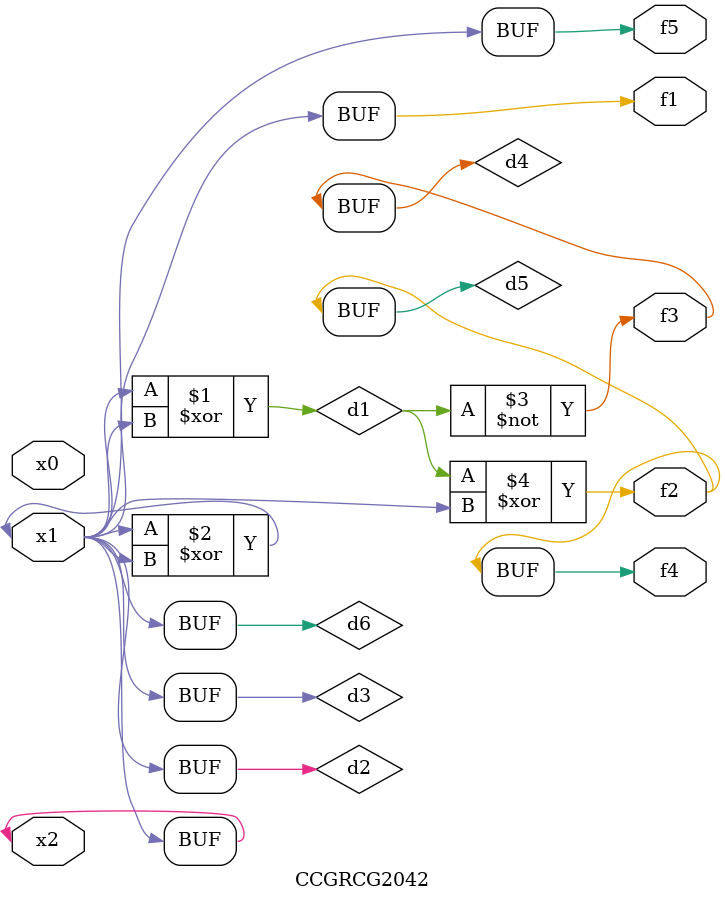
<source format=v>
module CCGRCG2042(
	input x0, x1, x2,
	output f1, f2, f3, f4, f5
);

	wire d1, d2, d3, d4, d5, d6;

	xor (d1, x1, x2);
	buf (d2, x1, x2);
	xor (d3, x1, x2);
	nor (d4, d1);
	xor (d5, d1, d2);
	buf (d6, d2, d3);
	assign f1 = d6;
	assign f2 = d5;
	assign f3 = d4;
	assign f4 = d5;
	assign f5 = d6;
endmodule

</source>
